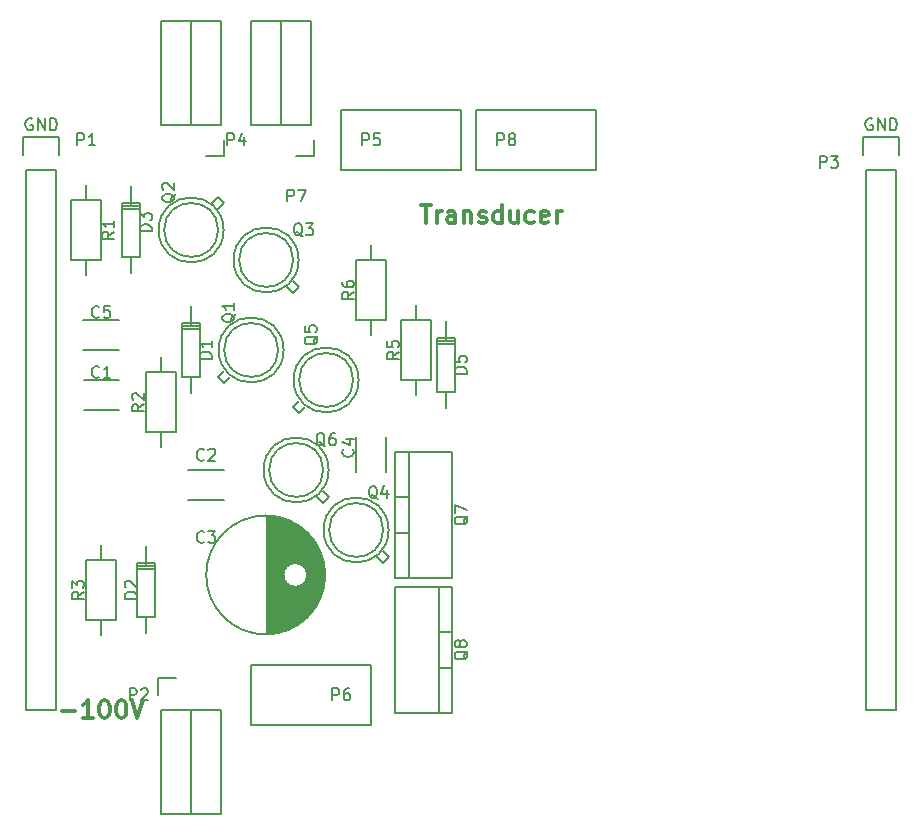
<source format=gbr>
G04 #@! TF.FileFunction,Legend,Top*
%FSLAX46Y46*%
G04 Gerber Fmt 4.6, Leading zero omitted, Abs format (unit mm)*
G04 Created by KiCad (PCBNEW 4.0.3+e1-6302~38~ubuntu16.04.1-stable) date Thu Aug 25 17:19:13 2016*
%MOMM*%
%LPD*%
G01*
G04 APERTURE LIST*
%ADD10C,0.100000*%
%ADD11C,0.300000*%
%ADD12C,0.150000*%
G04 APERTURE END LIST*
D10*
D11*
X74045715Y-85538571D02*
X74902858Y-85538571D01*
X74474287Y-87038571D02*
X74474287Y-85538571D01*
X75402858Y-87038571D02*
X75402858Y-86038571D01*
X75402858Y-86324286D02*
X75474286Y-86181429D01*
X75545715Y-86110000D01*
X75688572Y-86038571D01*
X75831429Y-86038571D01*
X76974286Y-87038571D02*
X76974286Y-86252857D01*
X76902857Y-86110000D01*
X76760000Y-86038571D01*
X76474286Y-86038571D01*
X76331429Y-86110000D01*
X76974286Y-86967143D02*
X76831429Y-87038571D01*
X76474286Y-87038571D01*
X76331429Y-86967143D01*
X76260000Y-86824286D01*
X76260000Y-86681429D01*
X76331429Y-86538571D01*
X76474286Y-86467143D01*
X76831429Y-86467143D01*
X76974286Y-86395714D01*
X77688572Y-86038571D02*
X77688572Y-87038571D01*
X77688572Y-86181429D02*
X77760000Y-86110000D01*
X77902858Y-86038571D01*
X78117143Y-86038571D01*
X78260000Y-86110000D01*
X78331429Y-86252857D01*
X78331429Y-87038571D01*
X78974286Y-86967143D02*
X79117143Y-87038571D01*
X79402858Y-87038571D01*
X79545715Y-86967143D01*
X79617143Y-86824286D01*
X79617143Y-86752857D01*
X79545715Y-86610000D01*
X79402858Y-86538571D01*
X79188572Y-86538571D01*
X79045715Y-86467143D01*
X78974286Y-86324286D01*
X78974286Y-86252857D01*
X79045715Y-86110000D01*
X79188572Y-86038571D01*
X79402858Y-86038571D01*
X79545715Y-86110000D01*
X80902858Y-87038571D02*
X80902858Y-85538571D01*
X80902858Y-86967143D02*
X80760001Y-87038571D01*
X80474287Y-87038571D01*
X80331429Y-86967143D01*
X80260001Y-86895714D01*
X80188572Y-86752857D01*
X80188572Y-86324286D01*
X80260001Y-86181429D01*
X80331429Y-86110000D01*
X80474287Y-86038571D01*
X80760001Y-86038571D01*
X80902858Y-86110000D01*
X82260001Y-86038571D02*
X82260001Y-87038571D01*
X81617144Y-86038571D02*
X81617144Y-86824286D01*
X81688572Y-86967143D01*
X81831430Y-87038571D01*
X82045715Y-87038571D01*
X82188572Y-86967143D01*
X82260001Y-86895714D01*
X83617144Y-86967143D02*
X83474287Y-87038571D01*
X83188573Y-87038571D01*
X83045715Y-86967143D01*
X82974287Y-86895714D01*
X82902858Y-86752857D01*
X82902858Y-86324286D01*
X82974287Y-86181429D01*
X83045715Y-86110000D01*
X83188573Y-86038571D01*
X83474287Y-86038571D01*
X83617144Y-86110000D01*
X84831429Y-86967143D02*
X84688572Y-87038571D01*
X84402858Y-87038571D01*
X84260001Y-86967143D01*
X84188572Y-86824286D01*
X84188572Y-86252857D01*
X84260001Y-86110000D01*
X84402858Y-86038571D01*
X84688572Y-86038571D01*
X84831429Y-86110000D01*
X84902858Y-86252857D01*
X84902858Y-86395714D01*
X84188572Y-86538571D01*
X85545715Y-87038571D02*
X85545715Y-86038571D01*
X85545715Y-86324286D02*
X85617143Y-86181429D01*
X85688572Y-86110000D01*
X85831429Y-86038571D01*
X85974286Y-86038571D01*
X43632858Y-128377143D02*
X44775715Y-128377143D01*
X46275715Y-128948571D02*
X45418572Y-128948571D01*
X45847144Y-128948571D02*
X45847144Y-127448571D01*
X45704287Y-127662857D01*
X45561429Y-127805714D01*
X45418572Y-127877143D01*
X47204286Y-127448571D02*
X47347143Y-127448571D01*
X47490000Y-127520000D01*
X47561429Y-127591429D01*
X47632858Y-127734286D01*
X47704286Y-128020000D01*
X47704286Y-128377143D01*
X47632858Y-128662857D01*
X47561429Y-128805714D01*
X47490000Y-128877143D01*
X47347143Y-128948571D01*
X47204286Y-128948571D01*
X47061429Y-128877143D01*
X46990000Y-128805714D01*
X46918572Y-128662857D01*
X46847143Y-128377143D01*
X46847143Y-128020000D01*
X46918572Y-127734286D01*
X46990000Y-127591429D01*
X47061429Y-127520000D01*
X47204286Y-127448571D01*
X48632857Y-127448571D02*
X48775714Y-127448571D01*
X48918571Y-127520000D01*
X48990000Y-127591429D01*
X49061429Y-127734286D01*
X49132857Y-128020000D01*
X49132857Y-128377143D01*
X49061429Y-128662857D01*
X48990000Y-128805714D01*
X48918571Y-128877143D01*
X48775714Y-128948571D01*
X48632857Y-128948571D01*
X48490000Y-128877143D01*
X48418571Y-128805714D01*
X48347143Y-128662857D01*
X48275714Y-128377143D01*
X48275714Y-128020000D01*
X48347143Y-127734286D01*
X48418571Y-127591429D01*
X48490000Y-127520000D01*
X48632857Y-127448571D01*
X49561428Y-127448571D02*
X50061428Y-128948571D01*
X50561428Y-127448571D01*
D12*
X48510000Y-102850000D02*
X45510000Y-102850000D01*
X45510000Y-100350000D02*
X48510000Y-100350000D01*
X54360000Y-107970000D02*
X57360000Y-107970000D01*
X57360000Y-110470000D02*
X54360000Y-110470000D01*
X60995000Y-111841000D02*
X60995000Y-121839000D01*
X61135000Y-111845000D02*
X61135000Y-121835000D01*
X61275000Y-111853000D02*
X61275000Y-121827000D01*
X61415000Y-111865000D02*
X61415000Y-121815000D01*
X61555000Y-111880000D02*
X61555000Y-121800000D01*
X61695000Y-111900000D02*
X61695000Y-121780000D01*
X61835000Y-111924000D02*
X61835000Y-121756000D01*
X61975000Y-111953000D02*
X61975000Y-121727000D01*
X62115000Y-111985000D02*
X62115000Y-121695000D01*
X62255000Y-112022000D02*
X62255000Y-121658000D01*
X62395000Y-112063000D02*
X62395000Y-121617000D01*
X62535000Y-112108000D02*
X62535000Y-116374000D01*
X62535000Y-117306000D02*
X62535000Y-121572000D01*
X62675000Y-112158000D02*
X62675000Y-116173000D01*
X62675000Y-117507000D02*
X62675000Y-121522000D01*
X62815000Y-112213000D02*
X62815000Y-116044000D01*
X62815000Y-117636000D02*
X62815000Y-121467000D01*
X62955000Y-112273000D02*
X62955000Y-115955000D01*
X62955000Y-117725000D02*
X62955000Y-121407000D01*
X63095000Y-112338000D02*
X63095000Y-115894000D01*
X63095000Y-117786000D02*
X63095000Y-121342000D01*
X63235000Y-112408000D02*
X63235000Y-115857000D01*
X63235000Y-117823000D02*
X63235000Y-121272000D01*
X63375000Y-112484000D02*
X63375000Y-115841000D01*
X63375000Y-117839000D02*
X63375000Y-121196000D01*
X63515000Y-112566000D02*
X63515000Y-115845000D01*
X63515000Y-117835000D02*
X63515000Y-121114000D01*
X63655000Y-112654000D02*
X63655000Y-115868000D01*
X63655000Y-117812000D02*
X63655000Y-121026000D01*
X63795000Y-112749000D02*
X63795000Y-115913000D01*
X63795000Y-117767000D02*
X63795000Y-120931000D01*
X63935000Y-112851000D02*
X63935000Y-115983000D01*
X63935000Y-117697000D02*
X63935000Y-120829000D01*
X64075000Y-112961000D02*
X64075000Y-116084000D01*
X64075000Y-117596000D02*
X64075000Y-120719000D01*
X64215000Y-113079000D02*
X64215000Y-116233000D01*
X64215000Y-117447000D02*
X64215000Y-120601000D01*
X64355000Y-113207000D02*
X64355000Y-116485000D01*
X64355000Y-117195000D02*
X64355000Y-120473000D01*
X64495000Y-113344000D02*
X64495000Y-120336000D01*
X64635000Y-113494000D02*
X64635000Y-120186000D01*
X64775000Y-113656000D02*
X64775000Y-120024000D01*
X64915000Y-113833000D02*
X64915000Y-119847000D01*
X65055000Y-114029000D02*
X65055000Y-119651000D01*
X65195000Y-114247000D02*
X65195000Y-119433000D01*
X65335000Y-114493000D02*
X65335000Y-119187000D01*
X65475000Y-114778000D02*
X65475000Y-118902000D01*
X65615000Y-115120000D02*
X65615000Y-118560000D01*
X65755000Y-115566000D02*
X65755000Y-118114000D01*
X65895000Y-116341000D02*
X65895000Y-117339000D01*
X64420000Y-116840000D02*
G75*
G03X64420000Y-116840000I-1000000J0D01*
G01*
X65957500Y-116840000D02*
G75*
G03X65957500Y-116840000I-5037500J0D01*
G01*
X71100000Y-105160000D02*
X71100000Y-108160000D01*
X68600000Y-108160000D02*
X68600000Y-105160000D01*
X45470000Y-95270000D02*
X48470000Y-95270000D01*
X48470000Y-97770000D02*
X45470000Y-97770000D01*
X54612540Y-100076520D02*
X54612540Y-101473520D01*
X54612540Y-95631520D02*
X54612540Y-94107520D01*
X55374540Y-96012520D02*
X53850540Y-96012520D01*
X55374540Y-95758520D02*
X53850540Y-95758520D01*
X54612540Y-95504520D02*
X53850540Y-95504520D01*
X53850540Y-95504520D02*
X53850540Y-100076520D01*
X53850540Y-100076520D02*
X55374540Y-100076520D01*
X55374540Y-100076520D02*
X55374540Y-95504520D01*
X55374540Y-95504520D02*
X54612540Y-95504520D01*
X49532540Y-89916520D02*
X49532540Y-91313520D01*
X49532540Y-85471520D02*
X49532540Y-83947520D01*
X50294540Y-85852520D02*
X48770540Y-85852520D01*
X50294540Y-85598520D02*
X48770540Y-85598520D01*
X49532540Y-85344520D02*
X48770540Y-85344520D01*
X48770540Y-85344520D02*
X48770540Y-89916520D01*
X48770540Y-89916520D02*
X50294540Y-89916520D01*
X50294540Y-89916520D02*
X50294540Y-85344520D01*
X50294540Y-85344520D02*
X49532540Y-85344520D01*
X57150000Y-137100000D02*
X57150000Y-128270000D01*
X54610000Y-137100000D02*
X57150000Y-137100000D01*
X54610000Y-128270000D02*
X54610000Y-137100000D01*
X54610000Y-128270000D02*
X57150000Y-128270000D01*
X52070000Y-128270000D02*
X54610000Y-128270000D01*
X53340000Y-125600000D02*
X51790000Y-125600000D01*
X51790000Y-125600000D02*
X51790000Y-127000000D01*
X52070000Y-128270000D02*
X52070000Y-137100000D01*
X52070000Y-137100000D02*
X54610000Y-137100000D01*
X54610000Y-137100000D02*
X54610000Y-128270000D01*
X52070000Y-69910000D02*
X52070000Y-78740000D01*
X54610000Y-69910000D02*
X52070000Y-69910000D01*
X54610000Y-78740000D02*
X54610000Y-69910000D01*
X54610000Y-78740000D02*
X52070000Y-78740000D01*
X57150000Y-78740000D02*
X54610000Y-78740000D01*
X55880000Y-81410000D02*
X57430000Y-81410000D01*
X57430000Y-81410000D02*
X57430000Y-80010000D01*
X57150000Y-78740000D02*
X57150000Y-69910000D01*
X57150000Y-69910000D02*
X54610000Y-69910000D01*
X54610000Y-69910000D02*
X54610000Y-78740000D01*
X57404000Y-100584000D02*
X57912000Y-100076000D01*
X57404000Y-99568000D02*
X56896000Y-100076000D01*
X56896000Y-100076000D02*
X57404000Y-100584000D01*
X61976000Y-97790000D02*
G75*
G03X61976000Y-97790000I-2286000J0D01*
G01*
X62440000Y-97790000D02*
G75*
G03X62440000Y-97790000I-2750000J0D01*
G01*
X56896000Y-84836000D02*
X56388000Y-85344000D01*
X56896000Y-85852000D02*
X57404000Y-85344000D01*
X57404000Y-85344000D02*
X56896000Y-84836000D01*
X56896000Y-87630000D02*
G75*
G03X56896000Y-87630000I-2286000J0D01*
G01*
X57360000Y-87630000D02*
G75*
G03X57360000Y-87630000I-2750000J0D01*
G01*
X63754000Y-92456000D02*
X63246000Y-91948000D01*
X62738000Y-92456000D02*
X63246000Y-92964000D01*
X63246000Y-92964000D02*
X63754000Y-92456000D01*
X63246000Y-90170000D02*
G75*
G03X63246000Y-90170000I-2286000J0D01*
G01*
X63710000Y-90170000D02*
G75*
G03X63710000Y-90170000I-2750000J0D01*
G01*
X71374000Y-115316000D02*
X70866000Y-114808000D01*
X70358000Y-115316000D02*
X70866000Y-115824000D01*
X70866000Y-115824000D02*
X71374000Y-115316000D01*
X70866000Y-113030000D02*
G75*
G03X70866000Y-113030000I-2286000J0D01*
G01*
X71330000Y-113030000D02*
G75*
G03X71330000Y-113030000I-2750000J0D01*
G01*
X63754000Y-103124000D02*
X64262000Y-102616000D01*
X63754000Y-102108000D02*
X63246000Y-102616000D01*
X63246000Y-102616000D02*
X63754000Y-103124000D01*
X68326000Y-100330000D02*
G75*
G03X68326000Y-100330000I-2286000J0D01*
G01*
X68790000Y-100330000D02*
G75*
G03X68790000Y-100330000I-2750000J0D01*
G01*
X66294000Y-110236000D02*
X65786000Y-109728000D01*
X65278000Y-110236000D02*
X65786000Y-110744000D01*
X65786000Y-110744000D02*
X66294000Y-110236000D01*
X65786000Y-107950000D02*
G75*
G03X65786000Y-107950000I-2286000J0D01*
G01*
X66250000Y-107950000D02*
G75*
G03X66250000Y-107950000I-2750000J0D01*
G01*
X71882000Y-113284000D02*
X73025000Y-113284000D01*
X71882000Y-110236000D02*
X73025000Y-110236000D01*
X73025000Y-106426000D02*
X76708000Y-106426000D01*
X76708000Y-106426000D02*
X76708000Y-117094000D01*
X76708000Y-117094000D02*
X73025000Y-117094000D01*
X71882000Y-106426000D02*
X73025000Y-106426000D01*
X73025000Y-106426000D02*
X73025000Y-117094000D01*
X73025000Y-117094000D02*
X71882000Y-117094000D01*
X71882000Y-111760000D02*
X71882000Y-117094000D01*
X71882000Y-111760000D02*
X71882000Y-106426000D01*
X76708000Y-121666000D02*
X75565000Y-121666000D01*
X76708000Y-124714000D02*
X75565000Y-124714000D01*
X75565000Y-128524000D02*
X71882000Y-128524000D01*
X71882000Y-128524000D02*
X71882000Y-117856000D01*
X71882000Y-117856000D02*
X75565000Y-117856000D01*
X76708000Y-128524000D02*
X75565000Y-128524000D01*
X75565000Y-128524000D02*
X75565000Y-117856000D01*
X75565000Y-117856000D02*
X76708000Y-117856000D01*
X76708000Y-123190000D02*
X76708000Y-117856000D01*
X76708000Y-123190000D02*
X76708000Y-128524000D01*
X46990000Y-85090000D02*
X46990000Y-90170000D01*
X46990000Y-90170000D02*
X44450000Y-90170000D01*
X44450000Y-90170000D02*
X44450000Y-85090000D01*
X44450000Y-85090000D02*
X46990000Y-85090000D01*
X45720000Y-85090000D02*
X45720000Y-83820000D01*
X45720000Y-90170000D02*
X45720000Y-91440000D01*
X50800000Y-104775000D02*
X50800000Y-99695000D01*
X50800000Y-99695000D02*
X53340000Y-99695000D01*
X53340000Y-99695000D02*
X53340000Y-104775000D01*
X53340000Y-104775000D02*
X50800000Y-104775000D01*
X52070000Y-104775000D02*
X52070000Y-106045000D01*
X52070000Y-99695000D02*
X52070000Y-98425000D01*
X48260000Y-115570000D02*
X48260000Y-120650000D01*
X48260000Y-120650000D02*
X45720000Y-120650000D01*
X45720000Y-120650000D02*
X45720000Y-115570000D01*
X45720000Y-115570000D02*
X48260000Y-115570000D01*
X46990000Y-115570000D02*
X46990000Y-114300000D01*
X46990000Y-120650000D02*
X46990000Y-121920000D01*
X74930000Y-95250000D02*
X74930000Y-100330000D01*
X74930000Y-100330000D02*
X72390000Y-100330000D01*
X72390000Y-100330000D02*
X72390000Y-95250000D01*
X72390000Y-95250000D02*
X74930000Y-95250000D01*
X73660000Y-95250000D02*
X73660000Y-93980000D01*
X73660000Y-100330000D02*
X73660000Y-101600000D01*
X71120000Y-90170000D02*
X71120000Y-95250000D01*
X71120000Y-95250000D02*
X68580000Y-95250000D01*
X68580000Y-95250000D02*
X68580000Y-90170000D01*
X68580000Y-90170000D02*
X71120000Y-90170000D01*
X69850000Y-90170000D02*
X69850000Y-88900000D01*
X69850000Y-95250000D02*
X69850000Y-96520000D01*
X76202540Y-101346520D02*
X76202540Y-102743520D01*
X76202540Y-96901520D02*
X76202540Y-95377520D01*
X76964540Y-97282520D02*
X75440540Y-97282520D01*
X76964540Y-97028520D02*
X75440540Y-97028520D01*
X76202540Y-96774520D02*
X75440540Y-96774520D01*
X75440540Y-96774520D02*
X75440540Y-101346520D01*
X75440540Y-101346520D02*
X76964540Y-101346520D01*
X76964540Y-101346520D02*
X76964540Y-96774520D01*
X76964540Y-96774520D02*
X76202540Y-96774520D01*
X50802540Y-120396520D02*
X50802540Y-121793520D01*
X50802540Y-115951520D02*
X50802540Y-114427520D01*
X51564540Y-116332520D02*
X50040540Y-116332520D01*
X51564540Y-116078520D02*
X50040540Y-116078520D01*
X50802540Y-115824520D02*
X50040540Y-115824520D01*
X50040540Y-115824520D02*
X50040540Y-120396520D01*
X50040540Y-120396520D02*
X51564540Y-120396520D01*
X51564540Y-120396520D02*
X51564540Y-115824520D01*
X51564540Y-115824520D02*
X50802540Y-115824520D01*
X59690000Y-69910000D02*
X59690000Y-78740000D01*
X62230000Y-69910000D02*
X59690000Y-69910000D01*
X62230000Y-78740000D02*
X62230000Y-69910000D01*
X62230000Y-78740000D02*
X59690000Y-78740000D01*
X64770000Y-78740000D02*
X62230000Y-78740000D01*
X63500000Y-81410000D02*
X65050000Y-81410000D01*
X65050000Y-81410000D02*
X65050000Y-80010000D01*
X64770000Y-78740000D02*
X64770000Y-69910000D01*
X64770000Y-69910000D02*
X62230000Y-69910000D01*
X62230000Y-69910000D02*
X62230000Y-78740000D01*
X77470000Y-82550000D02*
X67310000Y-82550000D01*
X67310000Y-82550000D02*
X67310000Y-77470000D01*
X67310000Y-77470000D02*
X77470000Y-77470000D01*
X77470000Y-77470000D02*
X77470000Y-82550000D01*
X59690000Y-124460000D02*
X69850000Y-124460000D01*
X69850000Y-124460000D02*
X69850000Y-129540000D01*
X69850000Y-129540000D02*
X59690000Y-129540000D01*
X59690000Y-129540000D02*
X59690000Y-124460000D01*
X88900000Y-82550000D02*
X78740000Y-82550000D01*
X78740000Y-82550000D02*
X78740000Y-77470000D01*
X78740000Y-77470000D02*
X88900000Y-77470000D01*
X88900000Y-77470000D02*
X88900000Y-82550000D01*
X111760000Y-82550000D02*
X111760000Y-128270000D01*
X111760000Y-128270000D02*
X114300000Y-128270000D01*
X114300000Y-128270000D02*
X114300000Y-82550000D01*
X111480000Y-79730000D02*
X111480000Y-81280000D01*
X111760000Y-82550000D02*
X114300000Y-82550000D01*
X114580000Y-81280000D02*
X114580000Y-79730000D01*
X114580000Y-79730000D02*
X111480000Y-79730000D01*
X40640000Y-82550000D02*
X40640000Y-128270000D01*
X40640000Y-128270000D02*
X43180000Y-128270000D01*
X43180000Y-128270000D02*
X43180000Y-82550000D01*
X40360000Y-79730000D02*
X40360000Y-81280000D01*
X40640000Y-82550000D02*
X43180000Y-82550000D01*
X43460000Y-81280000D02*
X43460000Y-79730000D01*
X43460000Y-79730000D02*
X40360000Y-79730000D01*
X46823334Y-100052143D02*
X46775715Y-100099762D01*
X46632858Y-100147381D01*
X46537620Y-100147381D01*
X46394762Y-100099762D01*
X46299524Y-100004524D01*
X46251905Y-99909286D01*
X46204286Y-99718810D01*
X46204286Y-99575952D01*
X46251905Y-99385476D01*
X46299524Y-99290238D01*
X46394762Y-99195000D01*
X46537620Y-99147381D01*
X46632858Y-99147381D01*
X46775715Y-99195000D01*
X46823334Y-99242619D01*
X47775715Y-100147381D02*
X47204286Y-100147381D01*
X47490000Y-100147381D02*
X47490000Y-99147381D01*
X47394762Y-99290238D01*
X47299524Y-99385476D01*
X47204286Y-99433095D01*
X55693334Y-107077143D02*
X55645715Y-107124762D01*
X55502858Y-107172381D01*
X55407620Y-107172381D01*
X55264762Y-107124762D01*
X55169524Y-107029524D01*
X55121905Y-106934286D01*
X55074286Y-106743810D01*
X55074286Y-106600952D01*
X55121905Y-106410476D01*
X55169524Y-106315238D01*
X55264762Y-106220000D01*
X55407620Y-106172381D01*
X55502858Y-106172381D01*
X55645715Y-106220000D01*
X55693334Y-106267619D01*
X56074286Y-106267619D02*
X56121905Y-106220000D01*
X56217143Y-106172381D01*
X56455239Y-106172381D01*
X56550477Y-106220000D01*
X56598096Y-106267619D01*
X56645715Y-106362857D01*
X56645715Y-106458095D01*
X56598096Y-106600952D01*
X56026667Y-107172381D01*
X56645715Y-107172381D01*
X55713334Y-114022143D02*
X55665715Y-114069762D01*
X55522858Y-114117381D01*
X55427620Y-114117381D01*
X55284762Y-114069762D01*
X55189524Y-113974524D01*
X55141905Y-113879286D01*
X55094286Y-113688810D01*
X55094286Y-113545952D01*
X55141905Y-113355476D01*
X55189524Y-113260238D01*
X55284762Y-113165000D01*
X55427620Y-113117381D01*
X55522858Y-113117381D01*
X55665715Y-113165000D01*
X55713334Y-113212619D01*
X56046667Y-113117381D02*
X56665715Y-113117381D01*
X56332381Y-113498333D01*
X56475239Y-113498333D01*
X56570477Y-113545952D01*
X56618096Y-113593571D01*
X56665715Y-113688810D01*
X56665715Y-113926905D01*
X56618096Y-114022143D01*
X56570477Y-114069762D01*
X56475239Y-114117381D01*
X56189524Y-114117381D01*
X56094286Y-114069762D01*
X56046667Y-114022143D01*
X68302143Y-106211666D02*
X68349762Y-106259285D01*
X68397381Y-106402142D01*
X68397381Y-106497380D01*
X68349762Y-106640238D01*
X68254524Y-106735476D01*
X68159286Y-106783095D01*
X67968810Y-106830714D01*
X67825952Y-106830714D01*
X67635476Y-106783095D01*
X67540238Y-106735476D01*
X67445000Y-106640238D01*
X67397381Y-106497380D01*
X67397381Y-106402142D01*
X67445000Y-106259285D01*
X67492619Y-106211666D01*
X67730714Y-105354523D02*
X68397381Y-105354523D01*
X67349762Y-105592619D02*
X68064048Y-105830714D01*
X68064048Y-105211666D01*
X46823334Y-94972143D02*
X46775715Y-95019762D01*
X46632858Y-95067381D01*
X46537620Y-95067381D01*
X46394762Y-95019762D01*
X46299524Y-94924524D01*
X46251905Y-94829286D01*
X46204286Y-94638810D01*
X46204286Y-94495952D01*
X46251905Y-94305476D01*
X46299524Y-94210238D01*
X46394762Y-94115000D01*
X46537620Y-94067381D01*
X46632858Y-94067381D01*
X46775715Y-94115000D01*
X46823334Y-94162619D01*
X47728096Y-94067381D02*
X47251905Y-94067381D01*
X47204286Y-94543571D01*
X47251905Y-94495952D01*
X47347143Y-94448333D01*
X47585239Y-94448333D01*
X47680477Y-94495952D01*
X47728096Y-94543571D01*
X47775715Y-94638810D01*
X47775715Y-94876905D01*
X47728096Y-94972143D01*
X47680477Y-95019762D01*
X47585239Y-95067381D01*
X47347143Y-95067381D01*
X47251905Y-95019762D01*
X47204286Y-94972143D01*
X56332381Y-98528095D02*
X55332381Y-98528095D01*
X55332381Y-98290000D01*
X55380000Y-98147142D01*
X55475238Y-98051904D01*
X55570476Y-98004285D01*
X55760952Y-97956666D01*
X55903810Y-97956666D01*
X56094286Y-98004285D01*
X56189524Y-98051904D01*
X56284762Y-98147142D01*
X56332381Y-98290000D01*
X56332381Y-98528095D01*
X56332381Y-97004285D02*
X56332381Y-97575714D01*
X56332381Y-97290000D02*
X55332381Y-97290000D01*
X55475238Y-97385238D01*
X55570476Y-97480476D01*
X55618095Y-97575714D01*
X51252381Y-87733095D02*
X50252381Y-87733095D01*
X50252381Y-87495000D01*
X50300000Y-87352142D01*
X50395238Y-87256904D01*
X50490476Y-87209285D01*
X50680952Y-87161666D01*
X50823810Y-87161666D01*
X51014286Y-87209285D01*
X51109524Y-87256904D01*
X51204762Y-87352142D01*
X51252381Y-87495000D01*
X51252381Y-87733095D01*
X50252381Y-86828333D02*
X50252381Y-86209285D01*
X50633333Y-86542619D01*
X50633333Y-86399761D01*
X50680952Y-86304523D01*
X50728571Y-86256904D01*
X50823810Y-86209285D01*
X51061905Y-86209285D01*
X51157143Y-86256904D01*
X51204762Y-86304523D01*
X51252381Y-86399761D01*
X51252381Y-86685476D01*
X51204762Y-86780714D01*
X51157143Y-86828333D01*
X49426905Y-127452381D02*
X49426905Y-126452381D01*
X49807858Y-126452381D01*
X49903096Y-126500000D01*
X49950715Y-126547619D01*
X49998334Y-126642857D01*
X49998334Y-126785714D01*
X49950715Y-126880952D01*
X49903096Y-126928571D01*
X49807858Y-126976190D01*
X49426905Y-126976190D01*
X50379286Y-126547619D02*
X50426905Y-126500000D01*
X50522143Y-126452381D01*
X50760239Y-126452381D01*
X50855477Y-126500000D01*
X50903096Y-126547619D01*
X50950715Y-126642857D01*
X50950715Y-126738095D01*
X50903096Y-126880952D01*
X50331667Y-127452381D01*
X50950715Y-127452381D01*
X57681905Y-80462381D02*
X57681905Y-79462381D01*
X58062858Y-79462381D01*
X58158096Y-79510000D01*
X58205715Y-79557619D01*
X58253334Y-79652857D01*
X58253334Y-79795714D01*
X58205715Y-79890952D01*
X58158096Y-79938571D01*
X58062858Y-79986190D01*
X57681905Y-79986190D01*
X59110477Y-79795714D02*
X59110477Y-80462381D01*
X58872381Y-79414762D02*
X58634286Y-80129048D01*
X59253334Y-80129048D01*
X58332619Y-94710238D02*
X58285000Y-94805476D01*
X58189762Y-94900714D01*
X58046905Y-95043571D01*
X57999286Y-95138810D01*
X57999286Y-95234048D01*
X58237381Y-95186429D02*
X58189762Y-95281667D01*
X58094524Y-95376905D01*
X57904048Y-95424524D01*
X57570714Y-95424524D01*
X57380238Y-95376905D01*
X57285000Y-95281667D01*
X57237381Y-95186429D01*
X57237381Y-94995952D01*
X57285000Y-94900714D01*
X57380238Y-94805476D01*
X57570714Y-94757857D01*
X57904048Y-94757857D01*
X58094524Y-94805476D01*
X58189762Y-94900714D01*
X58237381Y-94995952D01*
X58237381Y-95186429D01*
X58237381Y-93805476D02*
X58237381Y-94376905D01*
X58237381Y-94091191D02*
X57237381Y-94091191D01*
X57380238Y-94186429D01*
X57475476Y-94281667D01*
X57523095Y-94376905D01*
X53252619Y-84550238D02*
X53205000Y-84645476D01*
X53109762Y-84740714D01*
X52966905Y-84883571D01*
X52919286Y-84978810D01*
X52919286Y-85074048D01*
X53157381Y-85026429D02*
X53109762Y-85121667D01*
X53014524Y-85216905D01*
X52824048Y-85264524D01*
X52490714Y-85264524D01*
X52300238Y-85216905D01*
X52205000Y-85121667D01*
X52157381Y-85026429D01*
X52157381Y-84835952D01*
X52205000Y-84740714D01*
X52300238Y-84645476D01*
X52490714Y-84597857D01*
X52824048Y-84597857D01*
X53014524Y-84645476D01*
X53109762Y-84740714D01*
X53157381Y-84835952D01*
X53157381Y-85026429D01*
X52252619Y-84216905D02*
X52205000Y-84169286D01*
X52157381Y-84074048D01*
X52157381Y-83835952D01*
X52205000Y-83740714D01*
X52252619Y-83693095D01*
X52347857Y-83645476D01*
X52443095Y-83645476D01*
X52585952Y-83693095D01*
X53157381Y-84264524D01*
X53157381Y-83645476D01*
X64039762Y-88177619D02*
X63944524Y-88130000D01*
X63849286Y-88034762D01*
X63706429Y-87891905D01*
X63611190Y-87844286D01*
X63515952Y-87844286D01*
X63563571Y-88082381D02*
X63468333Y-88034762D01*
X63373095Y-87939524D01*
X63325476Y-87749048D01*
X63325476Y-87415714D01*
X63373095Y-87225238D01*
X63468333Y-87130000D01*
X63563571Y-87082381D01*
X63754048Y-87082381D01*
X63849286Y-87130000D01*
X63944524Y-87225238D01*
X63992143Y-87415714D01*
X63992143Y-87749048D01*
X63944524Y-87939524D01*
X63849286Y-88034762D01*
X63754048Y-88082381D01*
X63563571Y-88082381D01*
X64325476Y-87082381D02*
X64944524Y-87082381D01*
X64611190Y-87463333D01*
X64754048Y-87463333D01*
X64849286Y-87510952D01*
X64896905Y-87558571D01*
X64944524Y-87653810D01*
X64944524Y-87891905D01*
X64896905Y-87987143D01*
X64849286Y-88034762D01*
X64754048Y-88082381D01*
X64468333Y-88082381D01*
X64373095Y-88034762D01*
X64325476Y-87987143D01*
X70389762Y-110402619D02*
X70294524Y-110355000D01*
X70199286Y-110259762D01*
X70056429Y-110116905D01*
X69961190Y-110069286D01*
X69865952Y-110069286D01*
X69913571Y-110307381D02*
X69818333Y-110259762D01*
X69723095Y-110164524D01*
X69675476Y-109974048D01*
X69675476Y-109640714D01*
X69723095Y-109450238D01*
X69818333Y-109355000D01*
X69913571Y-109307381D01*
X70104048Y-109307381D01*
X70199286Y-109355000D01*
X70294524Y-109450238D01*
X70342143Y-109640714D01*
X70342143Y-109974048D01*
X70294524Y-110164524D01*
X70199286Y-110259762D01*
X70104048Y-110307381D01*
X69913571Y-110307381D01*
X71199286Y-109640714D02*
X71199286Y-110307381D01*
X70961190Y-109259762D02*
X70723095Y-109974048D01*
X71342143Y-109974048D01*
X65317619Y-96615238D02*
X65270000Y-96710476D01*
X65174762Y-96805714D01*
X65031905Y-96948571D01*
X64984286Y-97043810D01*
X64984286Y-97139048D01*
X65222381Y-97091429D02*
X65174762Y-97186667D01*
X65079524Y-97281905D01*
X64889048Y-97329524D01*
X64555714Y-97329524D01*
X64365238Y-97281905D01*
X64270000Y-97186667D01*
X64222381Y-97091429D01*
X64222381Y-96900952D01*
X64270000Y-96805714D01*
X64365238Y-96710476D01*
X64555714Y-96662857D01*
X64889048Y-96662857D01*
X65079524Y-96710476D01*
X65174762Y-96805714D01*
X65222381Y-96900952D01*
X65222381Y-97091429D01*
X64222381Y-95758095D02*
X64222381Y-96234286D01*
X64698571Y-96281905D01*
X64650952Y-96234286D01*
X64603333Y-96139048D01*
X64603333Y-95900952D01*
X64650952Y-95805714D01*
X64698571Y-95758095D01*
X64793810Y-95710476D01*
X65031905Y-95710476D01*
X65127143Y-95758095D01*
X65174762Y-95805714D01*
X65222381Y-95900952D01*
X65222381Y-96139048D01*
X65174762Y-96234286D01*
X65127143Y-96281905D01*
X65944762Y-105957619D02*
X65849524Y-105910000D01*
X65754286Y-105814762D01*
X65611429Y-105671905D01*
X65516190Y-105624286D01*
X65420952Y-105624286D01*
X65468571Y-105862381D02*
X65373333Y-105814762D01*
X65278095Y-105719524D01*
X65230476Y-105529048D01*
X65230476Y-105195714D01*
X65278095Y-105005238D01*
X65373333Y-104910000D01*
X65468571Y-104862381D01*
X65659048Y-104862381D01*
X65754286Y-104910000D01*
X65849524Y-105005238D01*
X65897143Y-105195714D01*
X65897143Y-105529048D01*
X65849524Y-105719524D01*
X65754286Y-105814762D01*
X65659048Y-105862381D01*
X65468571Y-105862381D01*
X66754286Y-104862381D02*
X66563809Y-104862381D01*
X66468571Y-104910000D01*
X66420952Y-104957619D01*
X66325714Y-105100476D01*
X66278095Y-105290952D01*
X66278095Y-105671905D01*
X66325714Y-105767143D01*
X66373333Y-105814762D01*
X66468571Y-105862381D01*
X66659048Y-105862381D01*
X66754286Y-105814762D01*
X66801905Y-105767143D01*
X66849524Y-105671905D01*
X66849524Y-105433810D01*
X66801905Y-105338571D01*
X66754286Y-105290952D01*
X66659048Y-105243333D01*
X66468571Y-105243333D01*
X66373333Y-105290952D01*
X66325714Y-105338571D01*
X66278095Y-105433810D01*
X78017619Y-111855238D02*
X77970000Y-111950476D01*
X77874762Y-112045714D01*
X77731905Y-112188571D01*
X77684286Y-112283810D01*
X77684286Y-112379048D01*
X77922381Y-112331429D02*
X77874762Y-112426667D01*
X77779524Y-112521905D01*
X77589048Y-112569524D01*
X77255714Y-112569524D01*
X77065238Y-112521905D01*
X76970000Y-112426667D01*
X76922381Y-112331429D01*
X76922381Y-112140952D01*
X76970000Y-112045714D01*
X77065238Y-111950476D01*
X77255714Y-111902857D01*
X77589048Y-111902857D01*
X77779524Y-111950476D01*
X77874762Y-112045714D01*
X77922381Y-112140952D01*
X77922381Y-112331429D01*
X76922381Y-111569524D02*
X76922381Y-110902857D01*
X77922381Y-111331429D01*
X78017619Y-123285238D02*
X77970000Y-123380476D01*
X77874762Y-123475714D01*
X77731905Y-123618571D01*
X77684286Y-123713810D01*
X77684286Y-123809048D01*
X77922381Y-123761429D02*
X77874762Y-123856667D01*
X77779524Y-123951905D01*
X77589048Y-123999524D01*
X77255714Y-123999524D01*
X77065238Y-123951905D01*
X76970000Y-123856667D01*
X76922381Y-123761429D01*
X76922381Y-123570952D01*
X76970000Y-123475714D01*
X77065238Y-123380476D01*
X77255714Y-123332857D01*
X77589048Y-123332857D01*
X77779524Y-123380476D01*
X77874762Y-123475714D01*
X77922381Y-123570952D01*
X77922381Y-123761429D01*
X77350952Y-122761429D02*
X77303333Y-122856667D01*
X77255714Y-122904286D01*
X77160476Y-122951905D01*
X77112857Y-122951905D01*
X77017619Y-122904286D01*
X76970000Y-122856667D01*
X76922381Y-122761429D01*
X76922381Y-122570952D01*
X76970000Y-122475714D01*
X77017619Y-122428095D01*
X77112857Y-122380476D01*
X77160476Y-122380476D01*
X77255714Y-122428095D01*
X77303333Y-122475714D01*
X77350952Y-122570952D01*
X77350952Y-122761429D01*
X77398571Y-122856667D01*
X77446190Y-122904286D01*
X77541429Y-122951905D01*
X77731905Y-122951905D01*
X77827143Y-122904286D01*
X77874762Y-122856667D01*
X77922381Y-122761429D01*
X77922381Y-122570952D01*
X77874762Y-122475714D01*
X77827143Y-122428095D01*
X77731905Y-122380476D01*
X77541429Y-122380476D01*
X77446190Y-122428095D01*
X77398571Y-122475714D01*
X77350952Y-122570952D01*
X48077381Y-87796666D02*
X47601190Y-88130000D01*
X48077381Y-88368095D02*
X47077381Y-88368095D01*
X47077381Y-87987142D01*
X47125000Y-87891904D01*
X47172619Y-87844285D01*
X47267857Y-87796666D01*
X47410714Y-87796666D01*
X47505952Y-87844285D01*
X47553571Y-87891904D01*
X47601190Y-87987142D01*
X47601190Y-88368095D01*
X48077381Y-86844285D02*
X48077381Y-87415714D01*
X48077381Y-87130000D02*
X47077381Y-87130000D01*
X47220238Y-87225238D01*
X47315476Y-87320476D01*
X47363095Y-87415714D01*
X50617381Y-102401666D02*
X50141190Y-102735000D01*
X50617381Y-102973095D02*
X49617381Y-102973095D01*
X49617381Y-102592142D01*
X49665000Y-102496904D01*
X49712619Y-102449285D01*
X49807857Y-102401666D01*
X49950714Y-102401666D01*
X50045952Y-102449285D01*
X50093571Y-102496904D01*
X50141190Y-102592142D01*
X50141190Y-102973095D01*
X49712619Y-102020714D02*
X49665000Y-101973095D01*
X49617381Y-101877857D01*
X49617381Y-101639761D01*
X49665000Y-101544523D01*
X49712619Y-101496904D01*
X49807857Y-101449285D01*
X49903095Y-101449285D01*
X50045952Y-101496904D01*
X50617381Y-102068333D01*
X50617381Y-101449285D01*
X45537381Y-118276666D02*
X45061190Y-118610000D01*
X45537381Y-118848095D02*
X44537381Y-118848095D01*
X44537381Y-118467142D01*
X44585000Y-118371904D01*
X44632619Y-118324285D01*
X44727857Y-118276666D01*
X44870714Y-118276666D01*
X44965952Y-118324285D01*
X45013571Y-118371904D01*
X45061190Y-118467142D01*
X45061190Y-118848095D01*
X44537381Y-117943333D02*
X44537381Y-117324285D01*
X44918333Y-117657619D01*
X44918333Y-117514761D01*
X44965952Y-117419523D01*
X45013571Y-117371904D01*
X45108810Y-117324285D01*
X45346905Y-117324285D01*
X45442143Y-117371904D01*
X45489762Y-117419523D01*
X45537381Y-117514761D01*
X45537381Y-117800476D01*
X45489762Y-117895714D01*
X45442143Y-117943333D01*
X72207381Y-97956666D02*
X71731190Y-98290000D01*
X72207381Y-98528095D02*
X71207381Y-98528095D01*
X71207381Y-98147142D01*
X71255000Y-98051904D01*
X71302619Y-98004285D01*
X71397857Y-97956666D01*
X71540714Y-97956666D01*
X71635952Y-98004285D01*
X71683571Y-98051904D01*
X71731190Y-98147142D01*
X71731190Y-98528095D01*
X71207381Y-97051904D02*
X71207381Y-97528095D01*
X71683571Y-97575714D01*
X71635952Y-97528095D01*
X71588333Y-97432857D01*
X71588333Y-97194761D01*
X71635952Y-97099523D01*
X71683571Y-97051904D01*
X71778810Y-97004285D01*
X72016905Y-97004285D01*
X72112143Y-97051904D01*
X72159762Y-97099523D01*
X72207381Y-97194761D01*
X72207381Y-97432857D01*
X72159762Y-97528095D01*
X72112143Y-97575714D01*
X68397381Y-92876666D02*
X67921190Y-93210000D01*
X68397381Y-93448095D02*
X67397381Y-93448095D01*
X67397381Y-93067142D01*
X67445000Y-92971904D01*
X67492619Y-92924285D01*
X67587857Y-92876666D01*
X67730714Y-92876666D01*
X67825952Y-92924285D01*
X67873571Y-92971904D01*
X67921190Y-93067142D01*
X67921190Y-93448095D01*
X67397381Y-92019523D02*
X67397381Y-92210000D01*
X67445000Y-92305238D01*
X67492619Y-92352857D01*
X67635476Y-92448095D01*
X67825952Y-92495714D01*
X68206905Y-92495714D01*
X68302143Y-92448095D01*
X68349762Y-92400476D01*
X68397381Y-92305238D01*
X68397381Y-92114761D01*
X68349762Y-92019523D01*
X68302143Y-91971904D01*
X68206905Y-91924285D01*
X67968810Y-91924285D01*
X67873571Y-91971904D01*
X67825952Y-92019523D01*
X67778333Y-92114761D01*
X67778333Y-92305238D01*
X67825952Y-92400476D01*
X67873571Y-92448095D01*
X67968810Y-92495714D01*
X77922381Y-99798095D02*
X76922381Y-99798095D01*
X76922381Y-99560000D01*
X76970000Y-99417142D01*
X77065238Y-99321904D01*
X77160476Y-99274285D01*
X77350952Y-99226666D01*
X77493810Y-99226666D01*
X77684286Y-99274285D01*
X77779524Y-99321904D01*
X77874762Y-99417142D01*
X77922381Y-99560000D01*
X77922381Y-99798095D01*
X76922381Y-98321904D02*
X76922381Y-98798095D01*
X77398571Y-98845714D01*
X77350952Y-98798095D01*
X77303333Y-98702857D01*
X77303333Y-98464761D01*
X77350952Y-98369523D01*
X77398571Y-98321904D01*
X77493810Y-98274285D01*
X77731905Y-98274285D01*
X77827143Y-98321904D01*
X77874762Y-98369523D01*
X77922381Y-98464761D01*
X77922381Y-98702857D01*
X77874762Y-98798095D01*
X77827143Y-98845714D01*
X49982381Y-118848095D02*
X48982381Y-118848095D01*
X48982381Y-118610000D01*
X49030000Y-118467142D01*
X49125238Y-118371904D01*
X49220476Y-118324285D01*
X49410952Y-118276666D01*
X49553810Y-118276666D01*
X49744286Y-118324285D01*
X49839524Y-118371904D01*
X49934762Y-118467142D01*
X49982381Y-118610000D01*
X49982381Y-118848095D01*
X49077619Y-117895714D02*
X49030000Y-117848095D01*
X48982381Y-117752857D01*
X48982381Y-117514761D01*
X49030000Y-117419523D01*
X49077619Y-117371904D01*
X49172857Y-117324285D01*
X49268095Y-117324285D01*
X49410952Y-117371904D01*
X49982381Y-117943333D01*
X49982381Y-117324285D01*
X62761905Y-85212381D02*
X62761905Y-84212381D01*
X63142858Y-84212381D01*
X63238096Y-84260000D01*
X63285715Y-84307619D01*
X63333334Y-84402857D01*
X63333334Y-84545714D01*
X63285715Y-84640952D01*
X63238096Y-84688571D01*
X63142858Y-84736190D01*
X62761905Y-84736190D01*
X63666667Y-84212381D02*
X64333334Y-84212381D01*
X63904762Y-85212381D01*
X69111905Y-80462381D02*
X69111905Y-79462381D01*
X69492858Y-79462381D01*
X69588096Y-79510000D01*
X69635715Y-79557619D01*
X69683334Y-79652857D01*
X69683334Y-79795714D01*
X69635715Y-79890952D01*
X69588096Y-79938571D01*
X69492858Y-79986190D01*
X69111905Y-79986190D01*
X70588096Y-79462381D02*
X70111905Y-79462381D01*
X70064286Y-79938571D01*
X70111905Y-79890952D01*
X70207143Y-79843333D01*
X70445239Y-79843333D01*
X70540477Y-79890952D01*
X70588096Y-79938571D01*
X70635715Y-80033810D01*
X70635715Y-80271905D01*
X70588096Y-80367143D01*
X70540477Y-80414762D01*
X70445239Y-80462381D01*
X70207143Y-80462381D01*
X70111905Y-80414762D01*
X70064286Y-80367143D01*
X66571905Y-127452381D02*
X66571905Y-126452381D01*
X66952858Y-126452381D01*
X67048096Y-126500000D01*
X67095715Y-126547619D01*
X67143334Y-126642857D01*
X67143334Y-126785714D01*
X67095715Y-126880952D01*
X67048096Y-126928571D01*
X66952858Y-126976190D01*
X66571905Y-126976190D01*
X68000477Y-126452381D02*
X67810000Y-126452381D01*
X67714762Y-126500000D01*
X67667143Y-126547619D01*
X67571905Y-126690476D01*
X67524286Y-126880952D01*
X67524286Y-127261905D01*
X67571905Y-127357143D01*
X67619524Y-127404762D01*
X67714762Y-127452381D01*
X67905239Y-127452381D01*
X68000477Y-127404762D01*
X68048096Y-127357143D01*
X68095715Y-127261905D01*
X68095715Y-127023810D01*
X68048096Y-126928571D01*
X68000477Y-126880952D01*
X67905239Y-126833333D01*
X67714762Y-126833333D01*
X67619524Y-126880952D01*
X67571905Y-126928571D01*
X67524286Y-127023810D01*
X80541905Y-80462381D02*
X80541905Y-79462381D01*
X80922858Y-79462381D01*
X81018096Y-79510000D01*
X81065715Y-79557619D01*
X81113334Y-79652857D01*
X81113334Y-79795714D01*
X81065715Y-79890952D01*
X81018096Y-79938571D01*
X80922858Y-79986190D01*
X80541905Y-79986190D01*
X81684762Y-79890952D02*
X81589524Y-79843333D01*
X81541905Y-79795714D01*
X81494286Y-79700476D01*
X81494286Y-79652857D01*
X81541905Y-79557619D01*
X81589524Y-79510000D01*
X81684762Y-79462381D01*
X81875239Y-79462381D01*
X81970477Y-79510000D01*
X82018096Y-79557619D01*
X82065715Y-79652857D01*
X82065715Y-79700476D01*
X82018096Y-79795714D01*
X81970477Y-79843333D01*
X81875239Y-79890952D01*
X81684762Y-79890952D01*
X81589524Y-79938571D01*
X81541905Y-79986190D01*
X81494286Y-80081429D01*
X81494286Y-80271905D01*
X81541905Y-80367143D01*
X81589524Y-80414762D01*
X81684762Y-80462381D01*
X81875239Y-80462381D01*
X81970477Y-80414762D01*
X82018096Y-80367143D01*
X82065715Y-80271905D01*
X82065715Y-80081429D01*
X82018096Y-79986190D01*
X81970477Y-79938571D01*
X81875239Y-79890952D01*
X107846905Y-82367381D02*
X107846905Y-81367381D01*
X108227858Y-81367381D01*
X108323096Y-81415000D01*
X108370715Y-81462619D01*
X108418334Y-81557857D01*
X108418334Y-81700714D01*
X108370715Y-81795952D01*
X108323096Y-81843571D01*
X108227858Y-81891190D01*
X107846905Y-81891190D01*
X108751667Y-81367381D02*
X109370715Y-81367381D01*
X109037381Y-81748333D01*
X109180239Y-81748333D01*
X109275477Y-81795952D01*
X109323096Y-81843571D01*
X109370715Y-81938810D01*
X109370715Y-82176905D01*
X109323096Y-82272143D01*
X109275477Y-82319762D01*
X109180239Y-82367381D01*
X108894524Y-82367381D01*
X108799286Y-82319762D01*
X108751667Y-82272143D01*
X112268096Y-78240000D02*
X112172858Y-78192381D01*
X112030001Y-78192381D01*
X111887143Y-78240000D01*
X111791905Y-78335238D01*
X111744286Y-78430476D01*
X111696667Y-78620952D01*
X111696667Y-78763810D01*
X111744286Y-78954286D01*
X111791905Y-79049524D01*
X111887143Y-79144762D01*
X112030001Y-79192381D01*
X112125239Y-79192381D01*
X112268096Y-79144762D01*
X112315715Y-79097143D01*
X112315715Y-78763810D01*
X112125239Y-78763810D01*
X112744286Y-79192381D02*
X112744286Y-78192381D01*
X113315715Y-79192381D01*
X113315715Y-78192381D01*
X113791905Y-79192381D02*
X113791905Y-78192381D01*
X114030000Y-78192381D01*
X114172858Y-78240000D01*
X114268096Y-78335238D01*
X114315715Y-78430476D01*
X114363334Y-78620952D01*
X114363334Y-78763810D01*
X114315715Y-78954286D01*
X114268096Y-79049524D01*
X114172858Y-79144762D01*
X114030000Y-79192381D01*
X113791905Y-79192381D01*
X44981905Y-80462381D02*
X44981905Y-79462381D01*
X45362858Y-79462381D01*
X45458096Y-79510000D01*
X45505715Y-79557619D01*
X45553334Y-79652857D01*
X45553334Y-79795714D01*
X45505715Y-79890952D01*
X45458096Y-79938571D01*
X45362858Y-79986190D01*
X44981905Y-79986190D01*
X46505715Y-80462381D02*
X45934286Y-80462381D01*
X46220000Y-80462381D02*
X46220000Y-79462381D01*
X46124762Y-79605238D01*
X46029524Y-79700476D01*
X45934286Y-79748095D01*
X41148096Y-78240000D02*
X41052858Y-78192381D01*
X40910001Y-78192381D01*
X40767143Y-78240000D01*
X40671905Y-78335238D01*
X40624286Y-78430476D01*
X40576667Y-78620952D01*
X40576667Y-78763810D01*
X40624286Y-78954286D01*
X40671905Y-79049524D01*
X40767143Y-79144762D01*
X40910001Y-79192381D01*
X41005239Y-79192381D01*
X41148096Y-79144762D01*
X41195715Y-79097143D01*
X41195715Y-78763810D01*
X41005239Y-78763810D01*
X41624286Y-79192381D02*
X41624286Y-78192381D01*
X42195715Y-79192381D01*
X42195715Y-78192381D01*
X42671905Y-79192381D02*
X42671905Y-78192381D01*
X42910000Y-78192381D01*
X43052858Y-78240000D01*
X43148096Y-78335238D01*
X43195715Y-78430476D01*
X43243334Y-78620952D01*
X43243334Y-78763810D01*
X43195715Y-78954286D01*
X43148096Y-79049524D01*
X43052858Y-79144762D01*
X42910000Y-79192381D01*
X42671905Y-79192381D01*
M02*

</source>
